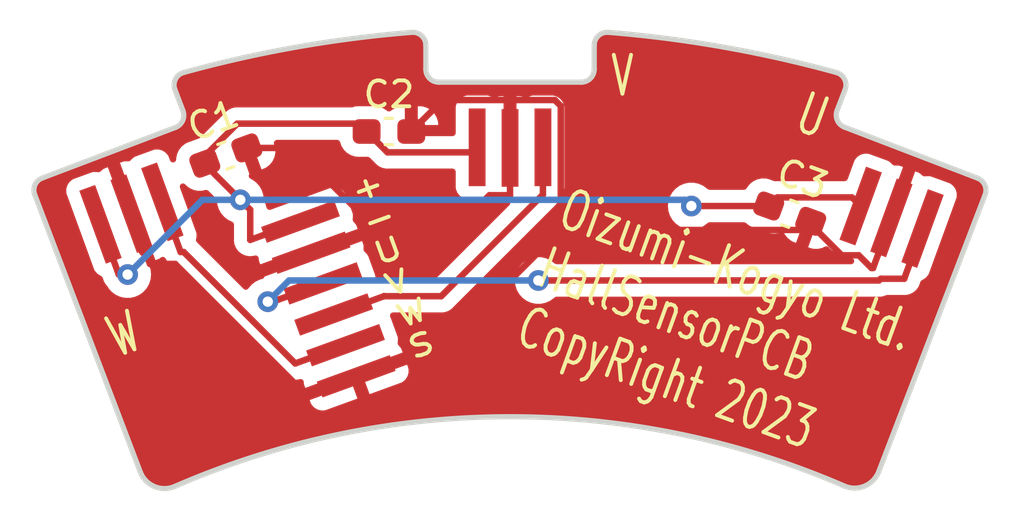
<source format=kicad_pcb>
(kicad_pcb (version 20221018) (generator pcbnew)
  (layers (0 "F.Cu" signal) (31 "B.Cu" signal) (34 "B.Paste" user) (35 "F.Paste" user) (36 "B.SilkS" user "B.Silkscreen") (37 "F.SilkS" user "F.Silkscreen") (38 "B.Mask" user) (39 "F.Mask" user) (44 "Edge.Cuts" user))
  (net 0 "")
  (net 1 "+5V")
  (net 2 "GND")
  (net 3 "/U")
  (net 4 "/V")
  (net 5 "/W")
  (footprint "Capacitor_SMD:C_0603_1608Metric_Pad1.08x0.95mm_HandSolder" (layer "F.Cu") (at 133.8095 64.43 20)
    (fp_text reference "C1" (at 0 -1.43 20) (layer "F.SilkS"))
    (fp_text value "C")
    (fp_line (start -0.146267 -0.51) (end 0.146267 -0.51) (stroke (width 0.12)) (layer "F.SilkS"))
    (fp_line (start -0.146267 0.51) (end 0.146267 0.51) (stroke (width 0.12)) (layer "F.SilkS"))
    (pad "1" smd roundrect (at -0.8625 0 20) (size 1.075 0.95) (layers "F.Cu" "F.Paste" "F.Mask") (net 1 "+5V"))
    (pad "2" smd roundrect (at 0.8625 0 20) (size 1.075 0.95) (layers "F.Cu" "F.Paste" "F.Mask") (net 2 "GND"))
  )
  (footprint "Capacitor_SMD:C_0603_1608Metric_Pad1.08x0.95mm_HandSolder" (layer "F.Cu") (at 140.1075 63.5)
    (fp_text reference "C2" (at 0 -1.43) (layer "F.SilkS"))
    (fp_text value "C")
    (fp_line (start -0.146267 -0.51) (end 0.146267 -0.51) (stroke (width 0.12)) (layer "F.SilkS"))
    (fp_line (start -0.146267 0.51) (end 0.146267 0.51) (stroke (width 0.12)) (layer "F.SilkS"))
    (pad "1" smd roundrect (at -0.8625 0) (size 1.075 0.95) (layers "F.Cu" "F.Paste" "F.Mask") (net 1 "+5V"))
    (pad "2" smd roundrect (at 0.8625 0) (size 1.075 0.95) (layers "F.Cu" "F.Paste" "F.Mask") (net 2 "GND"))
  )
  (footprint "Connector_PinHeader_1.27mm:PinHeader_1x03_P1.27mm_Vertical_SMD_Pin1Left" (layer "F.Cu") (at 129.6538 65.2429 110)
    (fp_text reference "U1" hide)
    (fp_text value "US4881")
    (pad "1" smd rect (at -1.5 -1.27 110) (size 3 0.65) (layers "F.Cu" "F.Paste" "F.Mask") (net 1 "+5V"))
    (pad "2" smd rect (at -1.524 0 110) (size 3 0.65) (layers "F.Cu" "F.Paste" "F.Mask") (net 2 "GND"))
    (pad "3" smd rect (at -1.5 1.27 110) (size 3 0.65) (layers "F.Cu" "F.Paste" "F.Mask") (net 5 "/W"))
  )
  (footprint "Capacitor_SMD:C_0603_1608Metric_Pad1.08x0.95mm_HandSolder" (layer "F.Cu") (at 155.575 66.675 -20)
    (fp_text reference "C3" (at 0 -1.43 160) (layer "F.SilkS"))
    (fp_text value "C")
    (fp_line (start -0.146267 -0.51) (end 0.146267 -0.51) (stroke (width 0.12)) (layer "F.SilkS"))
    (fp_line (start -0.146267 0.51) (end 0.146267 0.51) (stroke (width 0.12)) (layer "F.SilkS"))
    (pad "1" smd roundrect (at -0.8625 0 340) (size 1.075 0.95) (layers "F.Cu" "F.Paste" "F.Mask") (net 1 "+5V"))
    (pad "2" smd roundrect (at 0.8625 0 340) (size 1.075 0.95) (layers "F.Cu" "F.Paste" "F.Mask") (net 2 "GND"))
  )
  (footprint "Connector_PinHeader_1.27mm:PinHeader_1x03_P1.27mm_Vertical_SMD_Pin1Left" (layer "F.Cu") (at 144.78 62.611 90)
    (fp_text reference "U2" hide)
    (fp_text value "US4881")
    (pad "1" smd rect (at -1.5 -1.27 90) (size 3 0.65) (layers "F.Cu" "F.Paste" "F.Mask") (net 1 "+5V"))
    (pad "2" smd rect (at -1.524 0 90) (size 3 0.65) (layers "F.Cu" "F.Paste" "F.Mask") (net 2 "GND"))
    (pad "3" smd rect (at -1.5 1.27 90) (size 3 0.65) (layers "F.Cu" "F.Paste" "F.Mask") (net 4 "/V"))
  )
  (footprint "Connector_PinHeader_1.27mm:PinHeader_1x06_P1.27mm_Vertical_SMD_Pin1Left" (layer "F.Cu") (at 139.188 69.4519 20)
    (fp_text reference "J1" hide)
    (fp_text value "Conn_01x05_Pin")
    (pad "1" smd rect (at -1.5 -3.175 20) (size 3 0.65) (layers "F.Cu" "F.Paste" "F.Mask") (net 1 "+5V"))
    (pad "2" smd rect (at -1.524 -1.905 20) (size 3 0.65) (layers "F.Cu" "F.Paste" "F.Mask") (net 2 "GND"))
    (pad "3" smd rect (at -1.5 -0.635 20) (size 3 0.65) (layers "F.Cu" "F.Paste" "F.Mask") (net 3 "/U"))
    (pad "4" smd rect (at -1.524 0.635 20) (size 3 0.65) (layers "F.Cu" "F.Paste" "F.Mask") (net 4 "/V"))
    (pad "5" smd rect (at -1.5 1.905 20) (size 3 0.65) (layers "F.Cu" "F.Paste" "F.Mask") (net 5 "/W"))
    (pad "6" smd rect (at -1.524 3.175 20) (size 3 0.65) (layers "F.Cu" "F.Paste" "F.Mask") (net 2 "GND"))
  )
  (footprint "Connector_PinHeader_1.27mm:PinHeader_1x03_P1.27mm_Vertical_SMD_Pin1Left" (layer "F.Cu") (at 160.02 65.405 70)
    (fp_text reference "U3" hide)
    (fp_text value "US4881")
    (pad "1" smd rect (at -1.5 -1.27 70) (size 3 0.65) (layers "F.Cu" "F.Paste" "F.Mask") (net 1 "+5V"))
    (pad "2" smd rect (at -1.524 0 70) (size 3 0.65) (layers "F.Cu" "F.Paste" "F.Mask") (net 2 "GND"))
    (pad "3" smd rect (at -1.5 1.27 70) (size 3 0.65) (layers "F.Cu" "F.Paste" "F.Mask") (net 3 "/U"))
  )
  (gr_line (start 142.03 61.595) (end 147.53 61.595) (stroke (width 0.2)) (layer "Edge.Cuts"))
  (gr_arc (start 132.156286 62.697318) (mid 132.145081 63.079837) (end 131.866675 63.342396) (stroke (width 0.2)) (layer "Edge.Cuts"))
  (gr_arc (start 132.180772 61.222339) (mid 136.548726 60.237954) (end 140.990044 59.669864) (stroke (width 0.2)) (layer "Edge.Cuts"))
  (gr_arc (start 162.825663 65.302969) (mid 163.103272 65.566355) (end 163.11336 65.948903) (stroke (width 0.2)) (layer "Edge.Cuts"))
  (gr_line (start 126.725888 65.297468) (end 131.866675 63.342396) (stroke (width 0.2)) (layer "Edge.Cuts"))
  (gr_arc (start 131.846256 61.882107) (mid 131.867646 61.478265) (end 132.180772 61.222339) (stroke (width 0.2)) (layer "Edge.Cuts"))
  (gr_arc (start 142.03 61.595) (mid 141.676447 61.448553) (end 141.53 61.095) (stroke (width 0.2)) (layer "Edge.Cuts"))
  (gr_arc (start 131.841924 77.211111) (mid 131.054911 77.215809) (end 130.508242 76.649625) (stroke (width 0.2)) (layer "Edge.Cuts"))
  (gr_arc (start 140.990044 59.669864) (mid 141.369133 59.800856) (end 141.53 60.168265) (stroke (width 0.2)) (layer "Edge.Cuts"))
  (gr_arc (start 148.03 61.095) (mid 147.883547 61.448538) (end 147.53 61.595) (stroke (width 0.2)) (layer "Edge.Cuts"))
  (gr_line (start 132.156286 62.697318) (end 131.846256 61.882107) (stroke (width 0.2)) (layer "Edge.Cuts"))
  (gr_arc (start 131.841924 77.211111) (mid 144.759917 74.518197) (end 157.681235 77.195108) (stroke (width 0.2)) (layer "Edge.Cuts"))
  (gr_arc (start 126.436277 65.942546) (mid 126.447482 65.560026) (end 126.725888 65.297468) (stroke (width 0.2)) (layer "Edge.Cuts"))
  (gr_line (start 163.11336 65.948903) (end 159.012723 76.635898) (stroke (width 0.2)) (layer "Edge.Cuts"))
  (gr_line (start 157.690695 63.332663) (end 162.825663 65.302969) (stroke (width 0.2)) (layer "Edge.Cuts"))
  (gr_line (start 157.711396 61.882991) (end 157.402999 62.686729) (stroke (width 0.2)) (layer "Edge.Cuts"))
  (gr_arc (start 148.03 60.168265) (mid 148.190873 59.800864) (end 148.569956 59.669864) (stroke (width 0.2)) (layer "Edge.Cuts"))
  (gr_arc (start 148.569956 59.669864) (mid 153.010336 60.237786) (end 157.37739 61.221833) (stroke (width 0.2)) (layer "Edge.Cuts"))
  (gr_line (start 141.53 60.168265) (end 141.53 61.095) (stroke (width 0.2)) (layer "Edge.Cuts"))
  (gr_arc (start 157.690695 63.332663) (mid 157.413068 63.06928) (end 157.402999 62.686729) (stroke (width 0.2)) (layer "Edge.Cuts"))
  (gr_arc (start 159.012723 76.635898) (mid 158.46632 77.199646) (end 157.681235 77.195108) (stroke (width 0.2)) (layer "Edge.Cuts"))
  (gr_line (start 148.03 61.095) (end 148.03 60.168265) (stroke (width 0.2)) (layer "Edge.Cuts"))
  (gr_line (start 130.508242 76.649625) (end 126.436277 65.942546) (stroke (width 0.2)) (layer "Edge.Cuts"))
  (gr_arc (start 157.37739 61.221833) (mid 157.690894 61.478412) (end 157.711396 61.882991) (stroke (width 0.2)) (layer "Edge.Cuts"))
  (gr_text "W" (at 129.54 72.39 20) (layer "F.SilkS") (effects (font (size 1.5 1)) (justify left bottom)))
  (gr_text "U" (at 155.575 63.5 340) (layer "F.SilkS") (effects (font (size 1.5 1)) (justify left bottom)))
  (gr_text "V" (at 148.59 62.23) (layer "F.SilkS") (effects (font (size 1.5 1)) (justify left bottom)))
  (gr_text "+\n-\nU\nV\nW\nS" (at 140.97 72.39 20) (layer "F.SilkS") (effects (font (size 0.8 1)) (justify left bottom)))
  (gr_text "Oizumi-Kogyo Ltd.\nHallSensorPCB\nCopyRight 2023" (at 144.78 71.755 340) (layer "F.SilkS") (effects (font (size 1.5 1)) (justify left bottom)))
  (segment (start 134.7528 66.5212) (end 134.3712 66.1396) (width 0.25) (layer "F.Cu") (net 1))
  (segment (start 136.6925 66.9814) (end 134.7528 67.6873) (width 0.25) (layer "F.Cu") (net 1))
  (segment (start 143.3159 64.3051) (end 143.51 64.111) (width 0.25) (layer "F.Cu") (net 1))
  (segment (start 132.999 64.4501) (end 134.2526 63.1965) (width 0.25) (layer "F.Cu") (net 1))
  (segment (start 158.3136 66.3802) (end 157.9787 66.0453) (width 0.25) (layer "F.Cu") (net 1))
  (segment (start 155.0992 66.0453) (end 154.7645 66.38) (width 0.25) (layer "F.Cu") (net 1))
  (segment (start 151.7788 66.38) (end 154.7645 66.38) (width 0.25) (layer "F.Cu") (net 1))
  (segment (start 134.7528 67.6873) (end 134.7528 66.5212) (width 0.25) (layer "F.Cu") (net 1))
  (segment (start 128.9734 67.0868) (end 129.6794 69.0266) (width 0.25) (layer "F.Cu") (net 1))
  (segment (start 134.2526 63.1965) (end 138.9415 63.1965) (width 0.25) (layer "F.Cu") (net 1))
  (segment (start 129.6794 69.0266) (end 130.0206 69.0266) (width 0.25) (layer "F.Cu") (net 1))
  (segment (start 157.9787 66.0453) (end 155.0992 66.0453) (width 0.25) (layer "F.Cu") (net 1))
  (segment (start 140.0501 64.3051) (end 143.3159 64.3051) (width 0.25) (layer "F.Cu") (net 1))
  (segment (start 132.999 64.7674) (end 132.999 64.725) (width 0.25) (layer "F.Cu") (net 1))
  (segment (start 139.245 63.5) (end 140.0501 64.3051) (width 0.25) (layer "F.Cu") (net 1))
  (segment (start 134.3712 66.1396) (end 132.999 64.7674) (width 0.25) (layer "F.Cu") (net 1))
  (segment (start 132.999 64.725) (end 132.999 64.4501) (width 0.25) (layer "F.Cu") (net 1))
  (segment (start 138.9415 63.1965) (end 139.245 63.5) (width 0.25) (layer "F.Cu") (net 1))
  (via (at 134.3712 66.1396) (size 0.8) (drill 0.4) (layers "F.Cu" "B.Cu") (net 1))
  (via (at 151.7788 66.38) (size 0.8) (drill 0.4) (layers "F.Cu" "B.Cu") (net 1))
  (via (at 130.0206 69.0266) (size 0.8) (drill 0.4) (layers "F.Cu" "B.Cu") (net 1))
  (segment (start 134.3712 66.1396) (end 151.5384 66.1396) (width 0.25) (layer "B.Cu") (net 1))
  (segment (start 151.5384 66.1396) (end 151.7788 66.38) (width 0.25) (layer "B.Cu") (net 1))
  (segment (start 132.9076 66.1396) (end 134.3712 66.1396) (width 0.25) (layer "B.Cu") (net 1))
  (segment (start 130.0206 69.0266) (end 132.9076 66.1396) (width 0.25) (layer "B.Cu") (net 1))
  (segment (start 141.7919 72.2508) (end 146.739 67.3037) (width 0.25) (layer "F.Cu") (net 2))
  (segment (start 144.78 64.135) (end 144.78 62.3081) (width 0.25) (layer "F.Cu") (net 2))
  (segment (start 138.8418 72.9567) (end 140.7816 72.2507) (width 0.25) (layer "F.Cu") (net 2))
  (segment (start 157.5829 68.2824) (end 156.3855 67.085) (width 0.25) (layer "F.Cu") (net 2))
  (segment (start 140.97 63.5) (end 142.1859 62.2841) (width 0.25) (layer "F.Cu") (net 2))
  (segment (start 136.4818 64.135) (end 134.62 64.135) (width 0.25) (layer "F.Cu") (net 2))
  (segment (start 158.2385 68.2824) (end 157.5829 68.2824) (width 0.25) (layer "F.Cu") (net 2))
  (segment (start 146.739 62.5127) (end 146.5104 62.2841) (width 0.25) (layer "F.Cu") (net 2))
  (segment (start 158.733 68.7769) (end 158.2385 68.2824) (width 0.25) (layer "F.Cu") (net 2))
  (segment (start 143.984 65.9619) (end 142.4688 67.4771) (width 0.25) (layer "F.Cu") (net 2))
  (segment (start 130.881 68.6148) (end 131.8529 68.6148) (width 0.25) (layer "F.Cu") (net 2))
  (segment (start 144.78 64.135) (end 144.78 65.9619) (width 0.25) (layer "F.Cu") (net 2))
  (segment (start 159.4988 66.8371) (end 158.7928 68.7769) (width 0.25) (layer "F.Cu") (net 2))
  (segment (start 139.0442 67.477) (end 139.0442 66.6974) (width 0.25) (layer "F.Cu") (net 2))
  (segment (start 144.78 65.9619) (end 143.984 65.9619) (width 0.25) (layer "F.Cu") (net 2))
  (segment (start 136.902 73.6626) (end 136.902 73.6627) (width 0.25) (layer "F.Cu") (net 2))
  (segment (start 138.8418 72.9567) (end 136.902 73.6627) (width 0.25) (layer "F.Cu") (net 2))
  (segment (start 144.804 62.2841) (end 144.78 62.3081) (width 0.25) (layer "F.Cu") (net 2))
  (segment (start 137.1044 68.183) (end 139.0442 67.477) (width 0.25) (layer "F.Cu") (net 2))
  (segment (start 134.4908 71.2514) (end 136.902 73.6626) (width 0.25) (layer "F.Cu") (net 2))
  (segment (start 131.8529 68.6148) (end 134.4895 71.2514) (width 0.25) (layer "F.Cu") (net 2))
  (segment (start 139.0442 67.4771) (end 139.0442 67.477) (width 0.25) (layer "F.Cu") (net 2))
  (segment (start 130.175 66.675) (end 130.881 68.6148) (width 0.25) (layer "F.Cu") (net 2))
  (segment (start 134.4895 71.2514) (end 134.4908 71.2514) (width 0.25) (layer "F.Cu") (net 2))
  (segment (start 146.739 67.3037) (end 156.1668 67.3037) (width 0.25) (layer "F.Cu") (net 2))
  (segment (start 140.7816 72.2507) (end 140.7816 72.2508) (width 0.25) (layer "F.Cu") (net 2))
  (segment (start 142.1859 62.2841) (end 144.756 62.2841) (width 0.25) (layer "F.Cu") (net 2))
  (segment (start 146.739 67.3037) (end 146.739 62.5127) (width 0.25) (layer "F.Cu") (net 2))
  (segment (start 142.4688 67.4771) (end 139.0442 67.4771) (width 0.25) (layer "F.Cu") (net 2))
  (segment (start 146.5104 62.2841) (end 144.804 62.2841) (width 0.25) (layer "F.Cu") (net 2))
  (segment (start 140.7816 72.2508) (end 141.7919 72.2508) (width 0.25) (layer "F.Cu") (net 2))
  (segment (start 139.0442 66.6974) (end 136.4818 64.135) (width 0.25) (layer "F.Cu") (net 2))
  (segment (start 158.7928 68.7769) (end 158.733 68.7769) (width 0.25) (layer "F.Cu") (net 2))
  (segment (start 156.1668 67.3037) (end 156.3855 67.085) (width 0.25) (layer "F.Cu") (net 2))
  (segment (start 144.756 62.2841) (end 144.78 62.3081) (width 0.25) (layer "F.Cu") (net 2))
  (segment (start 156.3855 67.085) (end 156.3855 66.97) (width 0.25) (layer "F.Cu") (net 2))
  (segment (start 159.9944 69.1887) (end 159.0853 69.1887) (width 0.25) (layer "F.Cu") (net 3))
  (segment (start 137.5613 69.3682) (end 135.6215 70.0742) (width 0.25) (layer "F.Cu") (net 3))
  (segment (start 159.0853 69.1887) (end 159.0186 69.2554) (width 0.25) (layer "F.Cu") (net 3))
  (segment (start 159.0186 69.2554) (end 145.8725 69.2554) (width 0.25) (layer "F.Cu") (net 3))
  (segment (start 135.6215 70.0741) (end 135.4301 70.0741) (width 0.25) (layer "F.Cu") (net 3))
  (segment (start 160.7004 67.2489) (end 159.9944 69.1887) (width 0.25) (layer "F.Cu") (net 3))
  (segment (start 135.6215 70.0742) (end 135.6215 70.0741) (width 0.25) (layer "F.Cu") (net 3))
  (via (at 135.4301 70.0741) (size 0.8) (drill 0.4) (layers "F.Cu" "B.Cu") (net 3))
  (via (at 145.8725 69.2554) (size 0.8) (drill 0.4) (layers "F.Cu" "B.Cu") (net 3))
  (segment (start 136.2488 69.2554) (end 135.4301 70.0741) (width 0.25) (layer "B.Cu") (net 3))
  (segment (start 145.8725 69.2554) (end 136.2488 69.2554) (width 0.25) (layer "B.Cu") (net 3))
  (segment (start 137.9731 70.5698) (end 139.9129 69.8638) (width 0.25) (layer "F.Cu") (net 4))
  (segment (start 142.124 69.8639) (end 139.9129 69.8639) (width 0.25) (layer "F.Cu") (net 4))
  (segment (start 146.05 64.111) (end 146.05 65.9379) (width 0.25) (layer "F.Cu") (net 4))
  (segment (start 139.9129 69.8639) (end 139.9129 69.8638) (width 0.25) (layer "F.Cu") (net 4))
  (segment (start 146.05 65.9379) (end 142.124 69.8639) (width 0.25) (layer "F.Cu") (net 4))
  (segment (start 132.0662 68.1579) (end 132.1872 68.1579) (width 0.25) (layer "F.Cu") (net 5))
  (segment (start 132.1872 68.1579) (end 136.4902 72.4609) (width 0.25) (layer "F.Cu") (net 5))
  (segment (start 131.3602 66.2181) (end 132.0662 68.1579) (width 0.25) (layer "F.Cu") (net 5))
  (segment (start 138.43 71.755) (end 136.4902 72.461) (width 0.25) (layer "F.Cu") (net 5))
  (segment (start 136.4902 72.4609) (end 136.4902 72.461) (width 0.25) (layer "F.Cu") (net 5))
  (zone (net 2) (net_name "GND") (layers "F&B.Cu") (connect_pads (clearance 0.5)) (min_thickness 0.25) (fill yes (thermal_gap 0.5) (thermal_bridge_width 0.5))
    (polygon (pts (xy 125.095 58.42) (xy 164.465 58.42) (xy 163.83 78.74) (xy 125.095 78.105)))
  )
)
</source>
